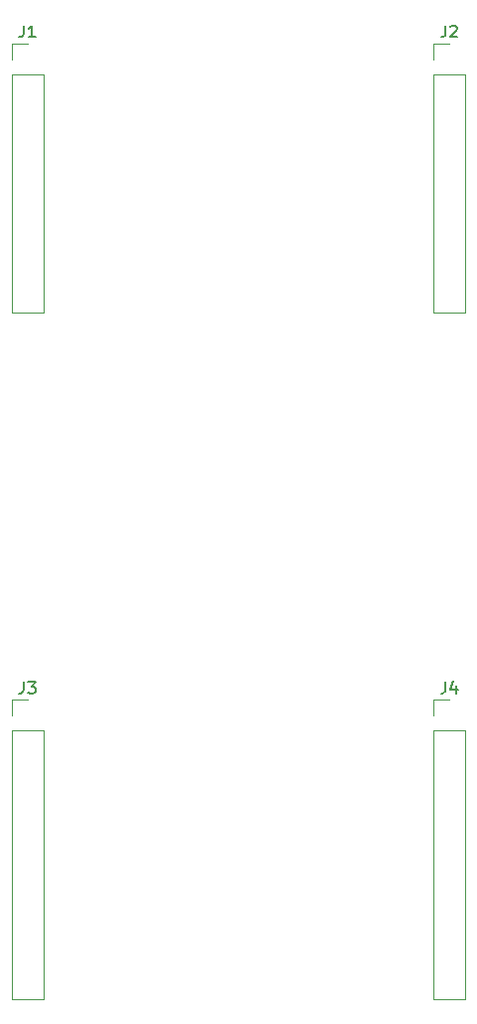
<source format=gbr>
G04 #@! TF.GenerationSoftware,KiCad,Pcbnew,8.0.4*
G04 #@! TF.CreationDate,2024-08-08T14:53:28+01:00*
G04 #@! TF.ProjectId,MidiMonger_components,4d696469-4d6f-46e6-9765-725f636f6d70,rev?*
G04 #@! TF.SameCoordinates,Original*
G04 #@! TF.FileFunction,Legend,Top*
G04 #@! TF.FilePolarity,Positive*
%FSLAX46Y46*%
G04 Gerber Fmt 4.6, Leading zero omitted, Abs format (unit mm)*
G04 Created by KiCad (PCBNEW 8.0.4) date 2024-08-08 14:53:28*
%MOMM*%
%LPD*%
G01*
G04 APERTURE LIST*
%ADD10C,0.150000*%
%ADD11C,0.120000*%
G04 APERTURE END LIST*
D10*
X137666666Y-65124819D02*
X137666666Y-65839104D01*
X137666666Y-65839104D02*
X137619047Y-65981961D01*
X137619047Y-65981961D02*
X137523809Y-66077200D01*
X137523809Y-66077200D02*
X137380952Y-66124819D01*
X137380952Y-66124819D02*
X137285714Y-66124819D01*
X138095238Y-65220057D02*
X138142857Y-65172438D01*
X138142857Y-65172438D02*
X138238095Y-65124819D01*
X138238095Y-65124819D02*
X138476190Y-65124819D01*
X138476190Y-65124819D02*
X138571428Y-65172438D01*
X138571428Y-65172438D02*
X138619047Y-65220057D01*
X138619047Y-65220057D02*
X138666666Y-65315295D01*
X138666666Y-65315295D02*
X138666666Y-65410533D01*
X138666666Y-65410533D02*
X138619047Y-65553390D01*
X138619047Y-65553390D02*
X138047619Y-66124819D01*
X138047619Y-66124819D02*
X138666666Y-66124819D01*
X101666666Y-121124819D02*
X101666666Y-121839104D01*
X101666666Y-121839104D02*
X101619047Y-121981961D01*
X101619047Y-121981961D02*
X101523809Y-122077200D01*
X101523809Y-122077200D02*
X101380952Y-122124819D01*
X101380952Y-122124819D02*
X101285714Y-122124819D01*
X102047619Y-121124819D02*
X102666666Y-121124819D01*
X102666666Y-121124819D02*
X102333333Y-121505771D01*
X102333333Y-121505771D02*
X102476190Y-121505771D01*
X102476190Y-121505771D02*
X102571428Y-121553390D01*
X102571428Y-121553390D02*
X102619047Y-121601009D01*
X102619047Y-121601009D02*
X102666666Y-121696247D01*
X102666666Y-121696247D02*
X102666666Y-121934342D01*
X102666666Y-121934342D02*
X102619047Y-122029580D01*
X102619047Y-122029580D02*
X102571428Y-122077200D01*
X102571428Y-122077200D02*
X102476190Y-122124819D01*
X102476190Y-122124819D02*
X102190476Y-122124819D01*
X102190476Y-122124819D02*
X102095238Y-122077200D01*
X102095238Y-122077200D02*
X102047619Y-122029580D01*
X137666666Y-121124819D02*
X137666666Y-121839104D01*
X137666666Y-121839104D02*
X137619047Y-121981961D01*
X137619047Y-121981961D02*
X137523809Y-122077200D01*
X137523809Y-122077200D02*
X137380952Y-122124819D01*
X137380952Y-122124819D02*
X137285714Y-122124819D01*
X138571428Y-121458152D02*
X138571428Y-122124819D01*
X138333333Y-121077200D02*
X138095238Y-121791485D01*
X138095238Y-121791485D02*
X138714285Y-121791485D01*
X101666666Y-65124819D02*
X101666666Y-65839104D01*
X101666666Y-65839104D02*
X101619047Y-65981961D01*
X101619047Y-65981961D02*
X101523809Y-66077200D01*
X101523809Y-66077200D02*
X101380952Y-66124819D01*
X101380952Y-66124819D02*
X101285714Y-66124819D01*
X102666666Y-66124819D02*
X102095238Y-66124819D01*
X102380952Y-66124819D02*
X102380952Y-65124819D01*
X102380952Y-65124819D02*
X102285714Y-65267676D01*
X102285714Y-65267676D02*
X102190476Y-65362914D01*
X102190476Y-65362914D02*
X102095238Y-65410533D01*
D11*
X136670000Y-66670000D02*
X138000000Y-66670000D01*
X136670000Y-68000000D02*
X136670000Y-66670000D01*
X136670000Y-69270000D02*
X136670000Y-89650000D01*
X136670000Y-69270000D02*
X139330000Y-69270000D01*
X136670000Y-89650000D02*
X139330000Y-89650000D01*
X139330000Y-69270000D02*
X139330000Y-89650000D01*
X100670000Y-122670000D02*
X102000000Y-122670000D01*
X100670000Y-124000000D02*
X100670000Y-122670000D01*
X100670000Y-125270000D02*
X100670000Y-148190000D01*
X100670000Y-125270000D02*
X103330000Y-125270000D01*
X100670000Y-148190000D02*
X103330000Y-148190000D01*
X103330000Y-125270000D02*
X103330000Y-148190000D01*
X136670000Y-122670000D02*
X138000000Y-122670000D01*
X136670000Y-124000000D02*
X136670000Y-122670000D01*
X136670000Y-125270000D02*
X136670000Y-148190000D01*
X136670000Y-125270000D02*
X139330000Y-125270000D01*
X136670000Y-148190000D02*
X139330000Y-148190000D01*
X139330000Y-125270000D02*
X139330000Y-148190000D01*
X100670000Y-66670000D02*
X102000000Y-66670000D01*
X100670000Y-68000000D02*
X100670000Y-66670000D01*
X100670000Y-69270000D02*
X100670000Y-89650000D01*
X100670000Y-69270000D02*
X103330000Y-69270000D01*
X100670000Y-89650000D02*
X103330000Y-89650000D01*
X103330000Y-69270000D02*
X103330000Y-89650000D01*
M02*

</source>
